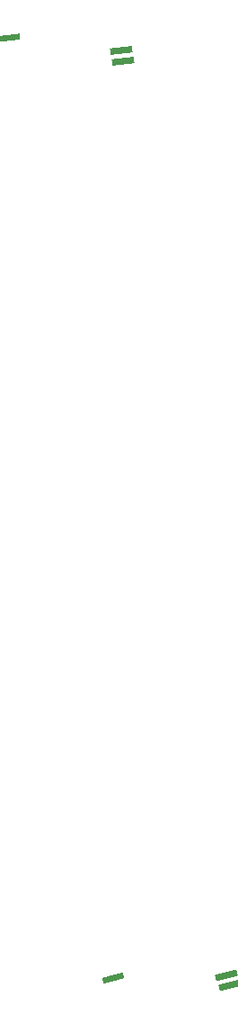
<source format=gbr>
*
G4_C Author: OrCAD GerbTool(tm) 8.1.1 Thu Jun 19 00:04:30 2003*
%LPD*%
%LNsilkbot*%
%FSLAX34Y34*%
%MOIN*%
%AD*%
%AMD25R98*
20,1,0.025000,0.000000,-0.035000,0.000000,0.035000,98.600000*
%
%AMD10R98*
20,1,0.050000,-0.025000,0.000000,0.025000,0.000000,98.600000*
%
%AMD25R98N2*
20,1,0.025000,0.000000,-0.035000,0.000000,0.035000,98.600000*
%
%AMD10R98N2*
20,1,0.050000,-0.025000,0.000000,0.025000,0.000000,98.600000*
%
%AMD25R86*
20,1,0.025000,0.000000,-0.035000,0.000000,0.035000,86.080000*
%
%AMD10R86*
20,1,0.050000,-0.025000,0.000000,0.025000,0.000000,86.080000*
%
%AMD16R5*
20,1,0.025000,-0.035000,0.000000,0.035000,0.000000,5.450000*
%
%AMD10R5*
20,1,0.050000,-0.025000,0.000000,0.025000,0.000000,5.450000*
%
%AMD16R5N2*
20,1,0.025000,-0.035000,0.000000,0.035000,0.000000,5.450000*
%
%AMD10R5N2*
20,1,0.050000,-0.025000,0.000000,0.025000,0.000000,5.450000*
%
%AMD32R3*
20,1,0.025000,0.034920,-0.002390,-0.034920,0.002390,3.950000*
%
%AMD33R3*
20,1,0.050000,-0.001710,-0.024940,0.001710,0.024940,3.950000*
%
%AMD32R3N2*
20,1,0.025000,0.034920,-0.002390,-0.034920,0.002390,3.910000*
%
%AMD33R3N2*
20,1,0.050000,-0.001710,-0.024940,0.001710,0.024940,3.910000*
%
%AMD32R3N3*
20,1,0.025000,0.034920,-0.002390,-0.034920,0.002390,3.920000*
%
%AMD33R3N3*
20,1,0.050000,-0.001710,-0.024940,0.001710,0.024940,3.920000*
%
%AMD29R104*
20,1,0.022000,0.000000,-0.040000,0.000000,0.040000,104.500000*
%
%AMD29R50*
20,1,0.022000,0.000000,-0.040000,0.000000,0.040000,50.800000*
%
%AMD29R96*
20,1,0.022000,0.000000,-0.040000,0.000000,0.040000,96.600000*
%
%AMD29R104N2*
20,1,0.022000,0.000000,-0.040000,0.000000,0.040000,104.500000*
%
%AMD30R104*
20,1,0.024000,0.000000,-0.041000,0.000000,0.041000,104.500000*
%
%AMD29R96N2*
20,1,0.022000,0.000000,-0.040000,0.000000,0.040000,96.600000*
%
%AMD30R96*
20,1,0.024000,0.000000,-0.041000,0.000000,0.041000,96.600000*
%
%ADD10R,0.050000X0.050000*%
%ADD11C,0.006000*%
%ADD12C,0.019000*%
%ADD13C,0.007900*%
%ADD14C,0.005000*%
%ADD15C,0.000800*%
%ADD16R,0.070000X0.025000*%
%ADD17R,0.068000X0.023000*%
%ADD18C,0.006000*%
%ADD19C,0.009800*%
%ADD20C,0.010000*%
%ADD21C,0.030000*%
%ADD22C,0.060000*%
%ADD23C,0.035000*%
%ADD24C,0.055000*%
%ADD25R,0.025000X0.070000*%
%ADD26R,0.027000X0.072000*%
%ADD27R,0.029000X0.058000*%
%ADD28R,0.031000X0.060000*%
%ADD29R,0.022000X0.080000*%
%ADD30R,0.024000X0.082000*%
%ADD31D10R98N2*%
%ADD32D25R86*%
%ADD33D10R86*%
%ADD34D16R5*%
%ADD35D10R5*%
%ADD36D16R5N2*%
%ADD37D10R5N2*%
%ADD38D25R98N2*%
%ADD39D10R98N2*%
%ADD40D25R86*%
%ADD41D10R86*%
%ADD42D16R5*%
%ADD43D10R5*%
%ADD44D16R5N2*%
%ADD45D10R5N2*%
%ADD46D32R3*%
%ADD47D33R3*%
%ADD48R,0.070000X0.025000*%
%ADD49D33R3N2*%
%ADD50C,0.011000*%
%ADD51C,0.036000*%
%ADD52C,0.015000*%
%ADD53R,0.070000X0.025000*%
%ADD54R,0.050000X0.050000*%
%ADD55D29R104*%
%ADD56D29R50*%
%ADD57D29R96*%
%ADD58D29R104N2*%
%ADD59D30R104*%
%ADD60D29R96N2*%
%ADD61D30R96*%
G4_C OrCAD GerbTool Tool List *
G4_D50 1 0.0110 T 0 0*
G4_D51 3 0.0360 T 0 0*
G4_D52 2 0.0150 T 0 0*
G54D58*
G1X37613Y6565D3*
G54D59*
G1X41822Y6670D3*
G1X41925Y6289D3*
G54D60*
G1X33729Y41355D3*
G54D61*
G1X37913Y40881D3*
G1X37962Y40490D3*
M2*

</source>
